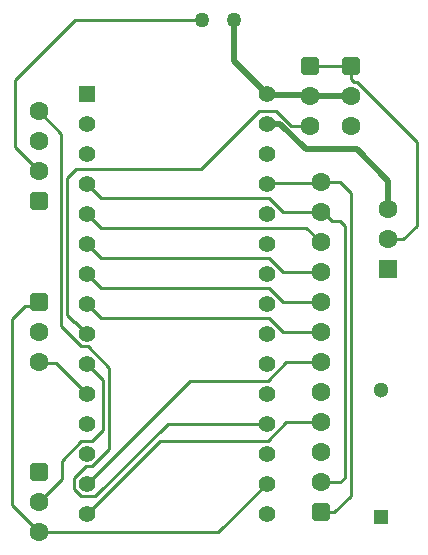
<source format=gtl>
G04*
G04 #@! TF.GenerationSoftware,Altium Limited,Altium Designer,24.3.1 (35)*
G04*
G04 Layer_Physical_Order=1*
G04 Layer_Color=255*
%FSLAX44Y44*%
%MOMM*%
G71*
G04*
G04 #@! TF.SameCoordinates,CBE22366-BCBC-4AD3-9382-8576DD61E297*
G04*
G04*
G04 #@! TF.FilePolarity,Positive*
G04*
G01*
G75*
%ADD13C,0.2540*%
%ADD14C,1.4140*%
%ADD15R,1.4140X1.4140*%
%ADD18C,1.3000*%
%ADD19R,1.3000X1.3000*%
%ADD22C,0.5080*%
%ADD23C,1.6000*%
G04:AMPARAMS|DCode=24|XSize=1.6mm|YSize=1.6mm|CornerRadius=0.4mm|HoleSize=0mm|Usage=FLASHONLY|Rotation=90.000|XOffset=0mm|YOffset=0mm|HoleType=Round|Shape=RoundedRectangle|*
%AMROUNDEDRECTD24*
21,1,1.6000,0.8000,0,0,90.0*
21,1,0.8000,1.6000,0,0,90.0*
1,1,0.8000,0.4000,0.4000*
1,1,0.8000,0.4000,-0.4000*
1,1,0.8000,-0.4000,-0.4000*
1,1,0.8000,-0.4000,0.4000*
%
%ADD24ROUNDEDRECTD24*%
%ADD25R,1.6000X1.6000*%
%ADD26C,1.2700*%
D13*
X408106Y913130D02*
X491490D01*
X346426Y851450D02*
X408106Y913130D01*
X334583Y851450D02*
X346426D01*
X328210Y857823D02*
X334583Y851450D01*
X328210Y857823D02*
Y866837D01*
X338223Y876850D02*
X343597D01*
X358140Y891393D01*
X328210Y866837D02*
X338223Y876850D01*
X358140Y891393D02*
Y960267D01*
X339957Y978450D02*
X358140Y960267D01*
X334583Y978450D02*
X339957D01*
X317500Y995533D02*
X334583Y978450D01*
X317500Y995533D02*
Y1158559D01*
X298450Y1177609D02*
X317500Y1158559D01*
X298450Y821101D02*
X450261D01*
X491490Y862330D01*
X339090Y836930D02*
X400770Y898610D01*
X492357D01*
X322580Y1121410D02*
X330200Y1129030D01*
X322580Y1004788D02*
Y1121410D01*
X330200Y1129030D02*
X435610D01*
X484590Y1178010D01*
X499264D02*
X511894Y1165380D01*
X484590Y1178010D02*
X499264D01*
X511894Y1165380D02*
X527817D01*
X562748Y1205092D02*
X565250Y1202590D01*
X567640D01*
X562748Y1205092D02*
Y1216180D01*
X567640Y1202590D02*
X618490Y1151740D01*
X350977Y1104443D02*
X493364D01*
X505607Y1092200D01*
X328930Y1254760D02*
X436880D01*
X278130Y1203960D02*
X328930Y1254760D01*
X278130Y1147129D02*
X298450Y1126809D01*
X278130Y1147129D02*
Y1203960D01*
X607060Y1069340D02*
X618490Y1080770D01*
X594360Y1069340D02*
X607060D01*
X618490Y1080770D02*
Y1151740D01*
X508147Y914400D02*
X537413D01*
X492357Y898610D02*
X508147Y914400D01*
X339090Y963930D02*
X353060Y949960D01*
Y908050D02*
Y949960D01*
X343620Y898610D02*
X353060Y908050D01*
X334583Y898610D02*
X343620D01*
X317804Y881831D02*
X334583Y898610D01*
X317804Y865855D02*
Y881831D01*
X298450Y846501D02*
X317804Y865855D01*
X298450Y965242D02*
X299471Y964221D01*
X313399D01*
X339090Y938530D01*
X286640Y1013080D02*
X295488D01*
X275590Y1002030D02*
X286640Y1013080D01*
X295488D02*
X298450Y1016042D01*
X275590Y843961D02*
Y1002030D01*
Y843961D02*
X298450Y821101D01*
X492357Y949410D02*
X508147Y965200D01*
X426170Y949410D02*
X492357D01*
X339090Y862330D02*
X426170Y949410D01*
X508147Y965200D02*
X537413D01*
X329467Y998953D02*
X339090Y989330D01*
X322580Y1004788D02*
X328414Y998953D01*
X329467D01*
X493364Y1002843D02*
X505607Y990600D01*
X350977Y1002843D02*
X493364D01*
X505607Y990600D02*
X537413D01*
X339090Y1014730D02*
X350977Y1002843D01*
X493364Y1028243D02*
X505607Y1016000D01*
X350977Y1028243D02*
X493364D01*
X339090Y1040130D02*
X350977Y1028243D01*
X505607Y1016000D02*
X537413D01*
X493364Y1053643D02*
X505607Y1041400D01*
X350977Y1053643D02*
X493364D01*
X505607Y1041400D02*
X537413D01*
X339090Y1065530D02*
X350977Y1053643D01*
X525170Y1079043D02*
X537413Y1066800D01*
X350977Y1079043D02*
X525170D01*
X339090Y1090930D02*
X350977Y1079043D01*
X537413Y838200D02*
X548640D01*
X562610Y852170D02*
Y1108710D01*
X548640Y838200D02*
X562610Y852170D01*
X537413Y1117600D02*
X553720D01*
X562610Y1108710D01*
X537413Y1092200D02*
X538875D01*
X546495Y1084580D01*
X553720D01*
X557530Y1080770D01*
Y867410D02*
Y1080770D01*
X537413Y863600D02*
X553720D01*
X557530Y867410D01*
X339090Y1116330D02*
X350977Y1104443D01*
X505607Y1092200D02*
X537413D01*
X492125Y1116965D02*
X536778D01*
X537413Y1117600D01*
X491490Y1116330D02*
X492125Y1116965D01*
X526943Y1191655D02*
X527817Y1190780D01*
X491490Y1192530D02*
X492365Y1191655D01*
X527817Y1216180D02*
X562748D01*
D14*
X491490Y1192530D02*
D03*
Y1167130D02*
D03*
Y1141730D02*
D03*
Y1116330D02*
D03*
Y1090930D02*
D03*
Y1065530D02*
D03*
Y1040130D02*
D03*
Y1014730D02*
D03*
Y989330D02*
D03*
Y963930D02*
D03*
Y938530D02*
D03*
Y913130D02*
D03*
Y887730D02*
D03*
Y862330D02*
D03*
Y836930D02*
D03*
X339090D02*
D03*
Y862330D02*
D03*
Y887730D02*
D03*
Y913130D02*
D03*
Y938530D02*
D03*
Y963930D02*
D03*
Y989330D02*
D03*
Y1014730D02*
D03*
Y1040130D02*
D03*
Y1065530D02*
D03*
Y1090930D02*
D03*
Y1116330D02*
D03*
Y1141730D02*
D03*
Y1167130D02*
D03*
D15*
Y1192530D02*
D03*
D18*
X588010Y941530D02*
D03*
D19*
Y833930D02*
D03*
D22*
X502960Y1167130D02*
X524390Y1145700D01*
X567530D01*
X491490Y1167130D02*
X502960D01*
X567530Y1145700D02*
X594360Y1118870D01*
X463550Y1220470D02*
X491490Y1192530D01*
X463550Y1220470D02*
Y1254760D01*
X594360Y1094740D02*
Y1118870D01*
X492365Y1191655D02*
X526943D01*
X527817Y1190780D02*
X562748D01*
D23*
X537413Y1117600D02*
D03*
Y1092200D02*
D03*
Y1066800D02*
D03*
Y1016000D02*
D03*
Y990600D02*
D03*
Y939800D02*
D03*
Y889000D02*
D03*
Y863600D02*
D03*
Y914400D02*
D03*
Y965200D02*
D03*
Y1041400D02*
D03*
X298450Y846501D02*
D03*
Y821101D02*
D03*
Y990642D02*
D03*
Y965242D02*
D03*
Y1126809D02*
D03*
Y1152209D02*
D03*
Y1177609D02*
D03*
X594360Y1069340D02*
D03*
Y1094740D02*
D03*
X562748Y1190780D02*
D03*
Y1165380D02*
D03*
X527817Y1190780D02*
D03*
Y1165380D02*
D03*
D24*
X537413Y838200D02*
D03*
X298450Y871901D02*
D03*
Y1016042D02*
D03*
Y1101409D02*
D03*
X562748Y1216180D02*
D03*
X527817D02*
D03*
D25*
X594360Y1043940D02*
D03*
D26*
X436880Y1254760D02*
D03*
X463550D02*
D03*
M02*

</source>
